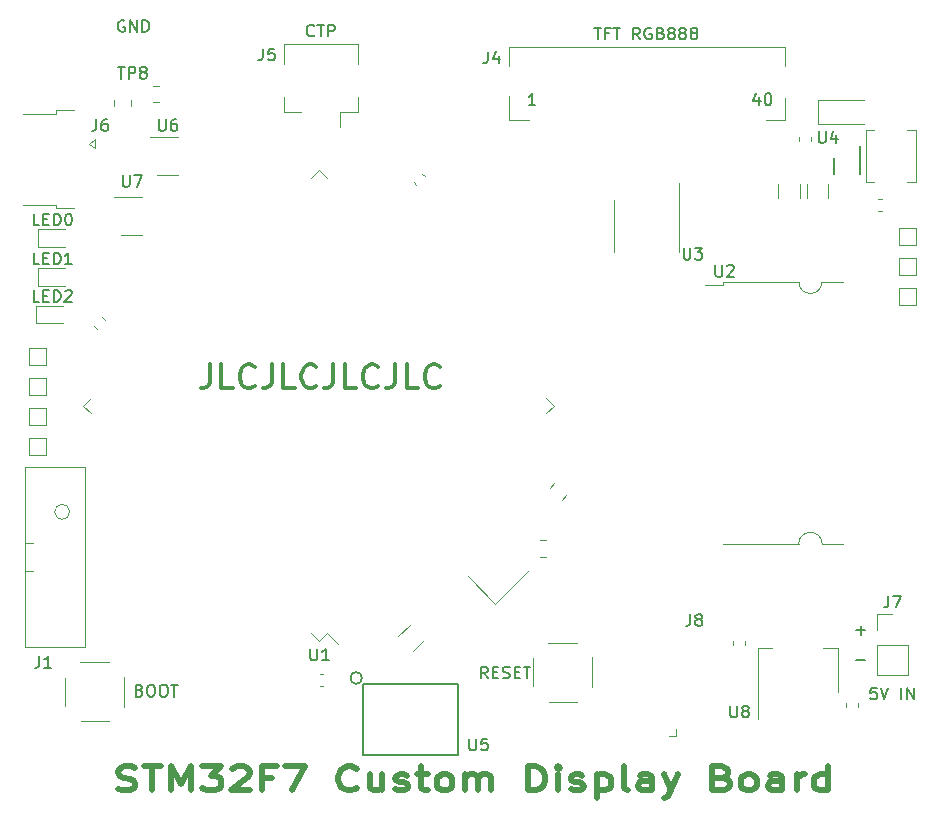
<source format=gto>
%TF.GenerationSoftware,KiCad,Pcbnew,(5.1.6)-1*%
%TF.CreationDate,2020-09-25T10:07:23-05:00*%
%TF.ProjectId,customDisplay,63757374-6f6d-4446-9973-706c61792e6b,rev?*%
%TF.SameCoordinates,Original*%
%TF.FileFunction,Legend,Top*%
%TF.FilePolarity,Positive*%
%FSLAX46Y46*%
G04 Gerber Fmt 4.6, Leading zero omitted, Abs format (unit mm)*
G04 Created by KiCad (PCBNEW (5.1.6)-1) date 2020-09-25 10:07:23*
%MOMM*%
%LPD*%
G01*
G04 APERTURE LIST*
%ADD10C,0.150000*%
%ADD11C,0.300000*%
%ADD12C,0.508000*%
%ADD13C,0.200000*%
%ADD14C,0.120000*%
%ADD15C,0.152400*%
G04 APERTURE END LIST*
D10*
X122936095Y-66810000D02*
X122840857Y-66762380D01*
X122698000Y-66762380D01*
X122555142Y-66810000D01*
X122459904Y-66905238D01*
X122412285Y-67000476D01*
X122364666Y-67190952D01*
X122364666Y-67333809D01*
X122412285Y-67524285D01*
X122459904Y-67619523D01*
X122555142Y-67714761D01*
X122698000Y-67762380D01*
X122793238Y-67762380D01*
X122936095Y-67714761D01*
X122983714Y-67667142D01*
X122983714Y-67333809D01*
X122793238Y-67333809D01*
X123412285Y-67762380D02*
X123412285Y-66762380D01*
X123983714Y-67762380D01*
X123983714Y-66762380D01*
X124459904Y-67762380D02*
X124459904Y-66762380D01*
X124698000Y-66762380D01*
X124840857Y-66810000D01*
X124936095Y-66905238D01*
X124983714Y-67000476D01*
X125031333Y-67190952D01*
X125031333Y-67333809D01*
X124983714Y-67524285D01*
X124936095Y-67619523D01*
X124840857Y-67714761D01*
X124698000Y-67762380D01*
X124459904Y-67762380D01*
D11*
X130187095Y-95915238D02*
X130187095Y-97366666D01*
X130090333Y-97656952D01*
X129896809Y-97850476D01*
X129606523Y-97947238D01*
X129413000Y-97947238D01*
X132122333Y-97947238D02*
X131154714Y-97947238D01*
X131154714Y-95915238D01*
X133960809Y-97753714D02*
X133864047Y-97850476D01*
X133573761Y-97947238D01*
X133380238Y-97947238D01*
X133089952Y-97850476D01*
X132896428Y-97656952D01*
X132799666Y-97463428D01*
X132702904Y-97076380D01*
X132702904Y-96786095D01*
X132799666Y-96399047D01*
X132896428Y-96205523D01*
X133089952Y-96012000D01*
X133380238Y-95915238D01*
X133573761Y-95915238D01*
X133864047Y-96012000D01*
X133960809Y-96108761D01*
X135412238Y-95915238D02*
X135412238Y-97366666D01*
X135315476Y-97656952D01*
X135121952Y-97850476D01*
X134831666Y-97947238D01*
X134638142Y-97947238D01*
X137347476Y-97947238D02*
X136379857Y-97947238D01*
X136379857Y-95915238D01*
X139185952Y-97753714D02*
X139089190Y-97850476D01*
X138798904Y-97947238D01*
X138605380Y-97947238D01*
X138315095Y-97850476D01*
X138121571Y-97656952D01*
X138024809Y-97463428D01*
X137928047Y-97076380D01*
X137928047Y-96786095D01*
X138024809Y-96399047D01*
X138121571Y-96205523D01*
X138315095Y-96012000D01*
X138605380Y-95915238D01*
X138798904Y-95915238D01*
X139089190Y-96012000D01*
X139185952Y-96108761D01*
X140637380Y-95915238D02*
X140637380Y-97366666D01*
X140540619Y-97656952D01*
X140347095Y-97850476D01*
X140056809Y-97947238D01*
X139863285Y-97947238D01*
X142572619Y-97947238D02*
X141605000Y-97947238D01*
X141605000Y-95915238D01*
X144411095Y-97753714D02*
X144314333Y-97850476D01*
X144024047Y-97947238D01*
X143830523Y-97947238D01*
X143540238Y-97850476D01*
X143346714Y-97656952D01*
X143249952Y-97463428D01*
X143153190Y-97076380D01*
X143153190Y-96786095D01*
X143249952Y-96399047D01*
X143346714Y-96205523D01*
X143540238Y-96012000D01*
X143830523Y-95915238D01*
X144024047Y-95915238D01*
X144314333Y-96012000D01*
X144411095Y-96108761D01*
X145862523Y-95915238D02*
X145862523Y-97366666D01*
X145765761Y-97656952D01*
X145572238Y-97850476D01*
X145281952Y-97947238D01*
X145088428Y-97947238D01*
X147797761Y-97947238D02*
X146830142Y-97947238D01*
X146830142Y-95915238D01*
X149636238Y-97753714D02*
X149539476Y-97850476D01*
X149249190Y-97947238D01*
X149055666Y-97947238D01*
X148765380Y-97850476D01*
X148571857Y-97656952D01*
X148475095Y-97463428D01*
X148378333Y-97076380D01*
X148378333Y-96786095D01*
X148475095Y-96399047D01*
X148571857Y-96205523D01*
X148765380Y-96012000D01*
X149055666Y-95915238D01*
X149249190Y-95915238D01*
X149539476Y-96012000D01*
X149636238Y-96108761D01*
D10*
X139001571Y-68048142D02*
X138953952Y-68095761D01*
X138811095Y-68143380D01*
X138715857Y-68143380D01*
X138573000Y-68095761D01*
X138477761Y-68000523D01*
X138430142Y-67905285D01*
X138382523Y-67714809D01*
X138382523Y-67571952D01*
X138430142Y-67381476D01*
X138477761Y-67286238D01*
X138573000Y-67191000D01*
X138715857Y-67143380D01*
X138811095Y-67143380D01*
X138953952Y-67191000D01*
X139001571Y-67238619D01*
X139287285Y-67143380D02*
X139858714Y-67143380D01*
X139573000Y-68143380D02*
X139573000Y-67143380D01*
X140192047Y-68143380D02*
X140192047Y-67143380D01*
X140573000Y-67143380D01*
X140668238Y-67191000D01*
X140715857Y-67238619D01*
X140763476Y-67333857D01*
X140763476Y-67476714D01*
X140715857Y-67571952D01*
X140668238Y-67619571D01*
X140573000Y-67667190D01*
X140192047Y-67667190D01*
X162727238Y-67397380D02*
X163298666Y-67397380D01*
X163012952Y-68397380D02*
X163012952Y-67397380D01*
X163965333Y-67873571D02*
X163632000Y-67873571D01*
X163632000Y-68397380D02*
X163632000Y-67397380D01*
X164108190Y-67397380D01*
X164346285Y-67397380D02*
X164917714Y-67397380D01*
X164632000Y-68397380D02*
X164632000Y-67397380D01*
X166584380Y-68397380D02*
X166251047Y-67921190D01*
X166012952Y-68397380D02*
X166012952Y-67397380D01*
X166393904Y-67397380D01*
X166489142Y-67445000D01*
X166536761Y-67492619D01*
X166584380Y-67587857D01*
X166584380Y-67730714D01*
X166536761Y-67825952D01*
X166489142Y-67873571D01*
X166393904Y-67921190D01*
X166012952Y-67921190D01*
X167536761Y-67445000D02*
X167441523Y-67397380D01*
X167298666Y-67397380D01*
X167155809Y-67445000D01*
X167060571Y-67540238D01*
X167012952Y-67635476D01*
X166965333Y-67825952D01*
X166965333Y-67968809D01*
X167012952Y-68159285D01*
X167060571Y-68254523D01*
X167155809Y-68349761D01*
X167298666Y-68397380D01*
X167393904Y-68397380D01*
X167536761Y-68349761D01*
X167584380Y-68302142D01*
X167584380Y-67968809D01*
X167393904Y-67968809D01*
X168346285Y-67873571D02*
X168489142Y-67921190D01*
X168536761Y-67968809D01*
X168584380Y-68064047D01*
X168584380Y-68206904D01*
X168536761Y-68302142D01*
X168489142Y-68349761D01*
X168393904Y-68397380D01*
X168012952Y-68397380D01*
X168012952Y-67397380D01*
X168346285Y-67397380D01*
X168441523Y-67445000D01*
X168489142Y-67492619D01*
X168536761Y-67587857D01*
X168536761Y-67683095D01*
X168489142Y-67778333D01*
X168441523Y-67825952D01*
X168346285Y-67873571D01*
X168012952Y-67873571D01*
X169155809Y-67825952D02*
X169060571Y-67778333D01*
X169012952Y-67730714D01*
X168965333Y-67635476D01*
X168965333Y-67587857D01*
X169012952Y-67492619D01*
X169060571Y-67445000D01*
X169155809Y-67397380D01*
X169346285Y-67397380D01*
X169441523Y-67445000D01*
X169489142Y-67492619D01*
X169536761Y-67587857D01*
X169536761Y-67635476D01*
X169489142Y-67730714D01*
X169441523Y-67778333D01*
X169346285Y-67825952D01*
X169155809Y-67825952D01*
X169060571Y-67873571D01*
X169012952Y-67921190D01*
X168965333Y-68016428D01*
X168965333Y-68206904D01*
X169012952Y-68302142D01*
X169060571Y-68349761D01*
X169155809Y-68397380D01*
X169346285Y-68397380D01*
X169441523Y-68349761D01*
X169489142Y-68302142D01*
X169536761Y-68206904D01*
X169536761Y-68016428D01*
X169489142Y-67921190D01*
X169441523Y-67873571D01*
X169346285Y-67825952D01*
X170108190Y-67825952D02*
X170012952Y-67778333D01*
X169965333Y-67730714D01*
X169917714Y-67635476D01*
X169917714Y-67587857D01*
X169965333Y-67492619D01*
X170012952Y-67445000D01*
X170108190Y-67397380D01*
X170298666Y-67397380D01*
X170393904Y-67445000D01*
X170441523Y-67492619D01*
X170489142Y-67587857D01*
X170489142Y-67635476D01*
X170441523Y-67730714D01*
X170393904Y-67778333D01*
X170298666Y-67825952D01*
X170108190Y-67825952D01*
X170012952Y-67873571D01*
X169965333Y-67921190D01*
X169917714Y-68016428D01*
X169917714Y-68206904D01*
X169965333Y-68302142D01*
X170012952Y-68349761D01*
X170108190Y-68397380D01*
X170298666Y-68397380D01*
X170393904Y-68349761D01*
X170441523Y-68302142D01*
X170489142Y-68206904D01*
X170489142Y-68016428D01*
X170441523Y-67921190D01*
X170393904Y-67873571D01*
X170298666Y-67825952D01*
X171060571Y-67825952D02*
X170965333Y-67778333D01*
X170917714Y-67730714D01*
X170870095Y-67635476D01*
X170870095Y-67587857D01*
X170917714Y-67492619D01*
X170965333Y-67445000D01*
X171060571Y-67397380D01*
X171251047Y-67397380D01*
X171346285Y-67445000D01*
X171393904Y-67492619D01*
X171441523Y-67587857D01*
X171441523Y-67635476D01*
X171393904Y-67730714D01*
X171346285Y-67778333D01*
X171251047Y-67825952D01*
X171060571Y-67825952D01*
X170965333Y-67873571D01*
X170917714Y-67921190D01*
X170870095Y-68016428D01*
X170870095Y-68206904D01*
X170917714Y-68302142D01*
X170965333Y-68349761D01*
X171060571Y-68397380D01*
X171251047Y-68397380D01*
X171346285Y-68349761D01*
X171393904Y-68302142D01*
X171441523Y-68206904D01*
X171441523Y-68016428D01*
X171393904Y-67921190D01*
X171346285Y-67873571D01*
X171251047Y-67825952D01*
X184912047Y-120975428D02*
X185673952Y-120975428D01*
X184912047Y-118435428D02*
X185673952Y-118435428D01*
X185293000Y-118816380D02*
X185293000Y-118054476D01*
X186626666Y-123277380D02*
X186150476Y-123277380D01*
X186102857Y-123753571D01*
X186150476Y-123705952D01*
X186245714Y-123658333D01*
X186483809Y-123658333D01*
X186579047Y-123705952D01*
X186626666Y-123753571D01*
X186674285Y-123848809D01*
X186674285Y-124086904D01*
X186626666Y-124182142D01*
X186579047Y-124229761D01*
X186483809Y-124277380D01*
X186245714Y-124277380D01*
X186150476Y-124229761D01*
X186102857Y-124182142D01*
X186960000Y-123277380D02*
X187293333Y-124277380D01*
X187626666Y-123277380D01*
X188721904Y-124277380D02*
X188721904Y-123277380D01*
X189198095Y-124277380D02*
X189198095Y-123277380D01*
X189769523Y-124277380D01*
X189769523Y-123277380D01*
D12*
X122409857Y-131886476D02*
X122772714Y-131983238D01*
X123377476Y-131983238D01*
X123619380Y-131886476D01*
X123740333Y-131789714D01*
X123861285Y-131596190D01*
X123861285Y-131402666D01*
X123740333Y-131209142D01*
X123619380Y-131112380D01*
X123377476Y-131015619D01*
X122893666Y-130918857D01*
X122651761Y-130822095D01*
X122530809Y-130725333D01*
X122409857Y-130531809D01*
X122409857Y-130338285D01*
X122530809Y-130144761D01*
X122651761Y-130048000D01*
X122893666Y-129951238D01*
X123498428Y-129951238D01*
X123861285Y-130048000D01*
X124587000Y-129951238D02*
X126038428Y-129951238D01*
X125312714Y-131983238D02*
X125312714Y-129951238D01*
X126885095Y-131983238D02*
X126885095Y-129951238D01*
X127731761Y-131402666D01*
X128578428Y-129951238D01*
X128578428Y-131983238D01*
X129546047Y-129951238D02*
X131118428Y-129951238D01*
X130271761Y-130725333D01*
X130634619Y-130725333D01*
X130876523Y-130822095D01*
X130997476Y-130918857D01*
X131118428Y-131112380D01*
X131118428Y-131596190D01*
X130997476Y-131789714D01*
X130876523Y-131886476D01*
X130634619Y-131983238D01*
X129908904Y-131983238D01*
X129667000Y-131886476D01*
X129546047Y-131789714D01*
X132086047Y-130144761D02*
X132207000Y-130048000D01*
X132448904Y-129951238D01*
X133053666Y-129951238D01*
X133295571Y-130048000D01*
X133416523Y-130144761D01*
X133537476Y-130338285D01*
X133537476Y-130531809D01*
X133416523Y-130822095D01*
X131965095Y-131983238D01*
X133537476Y-131983238D01*
X135472714Y-130918857D02*
X134626047Y-130918857D01*
X134626047Y-131983238D02*
X134626047Y-129951238D01*
X135835571Y-129951238D01*
X136561285Y-129951238D02*
X138254619Y-129951238D01*
X137166047Y-131983238D01*
X142608904Y-131789714D02*
X142487952Y-131886476D01*
X142125095Y-131983238D01*
X141883190Y-131983238D01*
X141520333Y-131886476D01*
X141278428Y-131692952D01*
X141157476Y-131499428D01*
X141036523Y-131112380D01*
X141036523Y-130822095D01*
X141157476Y-130435047D01*
X141278428Y-130241523D01*
X141520333Y-130048000D01*
X141883190Y-129951238D01*
X142125095Y-129951238D01*
X142487952Y-130048000D01*
X142608904Y-130144761D01*
X144786047Y-130628571D02*
X144786047Y-131983238D01*
X143697476Y-130628571D02*
X143697476Y-131692952D01*
X143818428Y-131886476D01*
X144060333Y-131983238D01*
X144423190Y-131983238D01*
X144665095Y-131886476D01*
X144786047Y-131789714D01*
X145874619Y-131886476D02*
X146116523Y-131983238D01*
X146600333Y-131983238D01*
X146842238Y-131886476D01*
X146963190Y-131692952D01*
X146963190Y-131596190D01*
X146842238Y-131402666D01*
X146600333Y-131305904D01*
X146237476Y-131305904D01*
X145995571Y-131209142D01*
X145874619Y-131015619D01*
X145874619Y-130918857D01*
X145995571Y-130725333D01*
X146237476Y-130628571D01*
X146600333Y-130628571D01*
X146842238Y-130725333D01*
X147688904Y-130628571D02*
X148656523Y-130628571D01*
X148051761Y-129951238D02*
X148051761Y-131692952D01*
X148172714Y-131886476D01*
X148414619Y-131983238D01*
X148656523Y-131983238D01*
X149866047Y-131983238D02*
X149624142Y-131886476D01*
X149503190Y-131789714D01*
X149382238Y-131596190D01*
X149382238Y-131015619D01*
X149503190Y-130822095D01*
X149624142Y-130725333D01*
X149866047Y-130628571D01*
X150228904Y-130628571D01*
X150470809Y-130725333D01*
X150591761Y-130822095D01*
X150712714Y-131015619D01*
X150712714Y-131596190D01*
X150591761Y-131789714D01*
X150470809Y-131886476D01*
X150228904Y-131983238D01*
X149866047Y-131983238D01*
X151801285Y-131983238D02*
X151801285Y-130628571D01*
X151801285Y-130822095D02*
X151922238Y-130725333D01*
X152164142Y-130628571D01*
X152527000Y-130628571D01*
X152768904Y-130725333D01*
X152889857Y-130918857D01*
X152889857Y-131983238D01*
X152889857Y-130918857D02*
X153010809Y-130725333D01*
X153252714Y-130628571D01*
X153615571Y-130628571D01*
X153857476Y-130725333D01*
X153978428Y-130918857D01*
X153978428Y-131983238D01*
X157123190Y-131983238D02*
X157123190Y-129951238D01*
X157727952Y-129951238D01*
X158090809Y-130048000D01*
X158332714Y-130241523D01*
X158453666Y-130435047D01*
X158574619Y-130822095D01*
X158574619Y-131112380D01*
X158453666Y-131499428D01*
X158332714Y-131692952D01*
X158090809Y-131886476D01*
X157727952Y-131983238D01*
X157123190Y-131983238D01*
X159663190Y-131983238D02*
X159663190Y-130628571D01*
X159663190Y-129951238D02*
X159542238Y-130048000D01*
X159663190Y-130144761D01*
X159784142Y-130048000D01*
X159663190Y-129951238D01*
X159663190Y-130144761D01*
X160751761Y-131886476D02*
X160993666Y-131983238D01*
X161477476Y-131983238D01*
X161719380Y-131886476D01*
X161840333Y-131692952D01*
X161840333Y-131596190D01*
X161719380Y-131402666D01*
X161477476Y-131305904D01*
X161114619Y-131305904D01*
X160872714Y-131209142D01*
X160751761Y-131015619D01*
X160751761Y-130918857D01*
X160872714Y-130725333D01*
X161114619Y-130628571D01*
X161477476Y-130628571D01*
X161719380Y-130725333D01*
X162928904Y-130628571D02*
X162928904Y-132660571D01*
X162928904Y-130725333D02*
X163170809Y-130628571D01*
X163654619Y-130628571D01*
X163896523Y-130725333D01*
X164017476Y-130822095D01*
X164138428Y-131015619D01*
X164138428Y-131596190D01*
X164017476Y-131789714D01*
X163896523Y-131886476D01*
X163654619Y-131983238D01*
X163170809Y-131983238D01*
X162928904Y-131886476D01*
X165589857Y-131983238D02*
X165347952Y-131886476D01*
X165227000Y-131692952D01*
X165227000Y-129951238D01*
X167646047Y-131983238D02*
X167646047Y-130918857D01*
X167525095Y-130725333D01*
X167283190Y-130628571D01*
X166799380Y-130628571D01*
X166557476Y-130725333D01*
X167646047Y-131886476D02*
X167404142Y-131983238D01*
X166799380Y-131983238D01*
X166557476Y-131886476D01*
X166436523Y-131692952D01*
X166436523Y-131499428D01*
X166557476Y-131305904D01*
X166799380Y-131209142D01*
X167404142Y-131209142D01*
X167646047Y-131112380D01*
X168613666Y-130628571D02*
X169218428Y-131983238D01*
X169823190Y-130628571D02*
X169218428Y-131983238D01*
X168976523Y-132467047D01*
X168855571Y-132563809D01*
X168613666Y-132660571D01*
X173572714Y-130918857D02*
X173935571Y-131015619D01*
X174056523Y-131112380D01*
X174177476Y-131305904D01*
X174177476Y-131596190D01*
X174056523Y-131789714D01*
X173935571Y-131886476D01*
X173693666Y-131983238D01*
X172726047Y-131983238D01*
X172726047Y-129951238D01*
X173572714Y-129951238D01*
X173814619Y-130048000D01*
X173935571Y-130144761D01*
X174056523Y-130338285D01*
X174056523Y-130531809D01*
X173935571Y-130725333D01*
X173814619Y-130822095D01*
X173572714Y-130918857D01*
X172726047Y-130918857D01*
X175628904Y-131983238D02*
X175387000Y-131886476D01*
X175266047Y-131789714D01*
X175145095Y-131596190D01*
X175145095Y-131015619D01*
X175266047Y-130822095D01*
X175387000Y-130725333D01*
X175628904Y-130628571D01*
X175991761Y-130628571D01*
X176233666Y-130725333D01*
X176354619Y-130822095D01*
X176475571Y-131015619D01*
X176475571Y-131596190D01*
X176354619Y-131789714D01*
X176233666Y-131886476D01*
X175991761Y-131983238D01*
X175628904Y-131983238D01*
X178652714Y-131983238D02*
X178652714Y-130918857D01*
X178531761Y-130725333D01*
X178289857Y-130628571D01*
X177806047Y-130628571D01*
X177564142Y-130725333D01*
X178652714Y-131886476D02*
X178410809Y-131983238D01*
X177806047Y-131983238D01*
X177564142Y-131886476D01*
X177443190Y-131692952D01*
X177443190Y-131499428D01*
X177564142Y-131305904D01*
X177806047Y-131209142D01*
X178410809Y-131209142D01*
X178652714Y-131112380D01*
X179862238Y-131983238D02*
X179862238Y-130628571D01*
X179862238Y-131015619D02*
X179983190Y-130822095D01*
X180104142Y-130725333D01*
X180346047Y-130628571D01*
X180587952Y-130628571D01*
X182523190Y-131983238D02*
X182523190Y-129951238D01*
X182523190Y-131886476D02*
X182281285Y-131983238D01*
X181797476Y-131983238D01*
X181555571Y-131886476D01*
X181434619Y-131789714D01*
X181313666Y-131596190D01*
X181313666Y-131015619D01*
X181434619Y-130822095D01*
X181555571Y-130725333D01*
X181797476Y-130628571D01*
X182281285Y-130628571D01*
X182523190Y-130725333D01*
D13*
%TO.C,U5*%
X143142200Y-122984000D02*
X151142200Y-122984000D01*
X151142200Y-122984000D02*
X151142200Y-128984000D01*
X151142200Y-128984000D02*
X143142200Y-128984000D01*
X143142200Y-128984000D02*
X143142200Y-122984000D01*
X143063436Y-122459000D02*
G75*
G03*
X143063436Y-122459000I-496236J0D01*
G01*
D14*
%TO.C,U1*%
X140063151Y-118676802D02*
X140992997Y-119606647D01*
X139391400Y-119348553D02*
X140063151Y-118676802D01*
X138719649Y-118676802D02*
X139391400Y-119348553D01*
X119436847Y-99394000D02*
X120108598Y-98722249D01*
X120108598Y-100065751D02*
X119436847Y-99394000D01*
X159345953Y-99394000D02*
X158674202Y-100065751D01*
X158674202Y-98722249D02*
X159345953Y-99394000D01*
X139391400Y-79439447D02*
X138719649Y-80111198D01*
X140063151Y-80111198D02*
X139391400Y-79439447D01*
%TO.C,J1*%
X119580500Y-104609500D02*
X119580500Y-119799500D01*
X119580500Y-119799500D02*
X114480500Y-119799500D01*
X114480500Y-119799500D02*
X114480500Y-104609500D01*
X114480500Y-104609500D02*
X119580500Y-104609500D01*
X118300500Y-108394500D02*
G75*
G03*
X118300500Y-108394500I-635000J0D01*
G01*
X115180500Y-111029500D02*
X114490500Y-111029500D01*
X115180500Y-113379500D02*
X114490500Y-113379500D01*
%TO.C,U2*%
X173656000Y-111139000D02*
X180016000Y-111139000D01*
X182016000Y-111139000D02*
X183816000Y-111139000D01*
X173656000Y-89229000D02*
X172136000Y-89229000D01*
X173656000Y-88919000D02*
X173656000Y-89229000D01*
X180036000Y-88919000D02*
X173656000Y-88919000D01*
X181996000Y-88919000D02*
X183816000Y-88919000D01*
X180016000Y-111139000D02*
G75*
G02*
X182016000Y-111139000I1000000J0D01*
G01*
X181996000Y-88919000D02*
G75*
G02*
X180036000Y-88919000I-980000J0D01*
G01*
%TO.C,J4*%
X178892200Y-75260200D02*
X178892200Y-73355200D01*
X177241200Y-75260200D02*
X178892200Y-75260200D01*
X155524200Y-75260200D02*
X157175200Y-75260200D01*
X155524200Y-73228200D02*
X155524200Y-75260200D01*
X178892200Y-69037200D02*
X178892200Y-70688200D01*
X155524200Y-69037200D02*
X178892200Y-69037200D01*
X155524200Y-70688200D02*
X155524200Y-69037200D01*
%TO.C,L2*%
X158627578Y-112216000D02*
X158110422Y-112216000D01*
X158627578Y-110796000D02*
X158110422Y-110796000D01*
%TO.C,C48*%
X186781221Y-82933000D02*
X187106779Y-82933000D01*
X186781221Y-81913000D02*
X187106779Y-81913000D01*
%TO.C,C47*%
X180084000Y-76672221D02*
X180084000Y-76997779D01*
X181104000Y-76672221D02*
X181104000Y-76997779D01*
D10*
%TO.C,U4*%
X183050000Y-79821000D02*
X183050000Y-78421000D01*
X185250000Y-79821000D02*
X185250000Y-77421000D01*
D14*
%TO.C,C23*%
X139457221Y-122125000D02*
X139782779Y-122125000D01*
X139457221Y-123145000D02*
X139782779Y-123145000D01*
%TO.C,C26*%
X121299727Y-92163478D02*
X121069522Y-91933273D01*
X120578478Y-92884727D02*
X120348273Y-92654522D01*
%TO.C,C27*%
X147428473Y-80484122D02*
X147658678Y-80714327D01*
X148149722Y-79762873D02*
X148379927Y-79993078D01*
%TO.C,L1*%
X159319796Y-105995112D02*
X158954112Y-106360796D01*
X160323888Y-106999204D02*
X159958204Y-107364888D01*
%TO.C,SW2*%
X162520000Y-123220800D02*
X162520000Y-120720800D01*
X158770000Y-119470800D02*
X161220000Y-119470800D01*
X157520000Y-123170800D02*
X157520000Y-120770800D01*
X161220000Y-124470800D02*
X158870000Y-124470800D01*
%TO.C,SW1*%
X121596000Y-126134500D02*
X119246000Y-126134500D01*
X117896000Y-124834500D02*
X117896000Y-122434500D01*
X119146000Y-121134500D02*
X121596000Y-121134500D01*
X122896000Y-124884500D02*
X122896000Y-122384500D01*
%TO.C,X1*%
X146143984Y-118937579D02*
X147098579Y-117982984D01*
X147381421Y-120175016D02*
X148336016Y-119220421D01*
%TO.C,U3*%
X169867000Y-84201000D02*
X169867000Y-80551000D01*
X169867000Y-84201000D02*
X169867000Y-86401000D01*
X164397000Y-84201000D02*
X164397000Y-82001000D01*
X164397000Y-84201000D02*
X164397000Y-86401000D01*
%TO.C,C50*%
X125344422Y-72315000D02*
X125861578Y-72315000D01*
X125344422Y-73735000D02*
X125861578Y-73735000D01*
%TO.C,J6*%
X117159000Y-74380000D02*
X118709000Y-74380000D01*
X117159000Y-74380000D02*
X117159000Y-74680000D01*
X114359000Y-74680000D02*
X117159000Y-74680000D01*
X117159000Y-82680000D02*
X118709000Y-82680000D01*
X117159000Y-82380000D02*
X117159000Y-82680000D01*
X114359000Y-82380000D02*
X117159000Y-82380000D01*
X120409000Y-77630000D02*
X119959000Y-77230000D01*
X120409000Y-76830000D02*
X120409000Y-77630000D01*
X119959000Y-77230000D02*
X120409000Y-76830000D01*
%TO.C,L4*%
X122099000Y-74045578D02*
X122099000Y-73528422D01*
X123519000Y-74045578D02*
X123519000Y-73528422D01*
%TO.C,U6*%
X125719000Y-79842000D02*
X127519000Y-79842000D01*
X127519000Y-76622000D02*
X125069000Y-76622000D01*
%TO.C,C53*%
X185041000Y-124902279D02*
X185041000Y-124576721D01*
X184021000Y-124902279D02*
X184021000Y-124576721D01*
%TO.C,C54*%
X175516000Y-119344221D02*
X175516000Y-119669779D01*
X174496000Y-119344221D02*
X174496000Y-119669779D01*
%TO.C,J7*%
X186630000Y-122234000D02*
X189290000Y-122234000D01*
X186630000Y-119634000D02*
X186630000Y-122234000D01*
X189290000Y-119634000D02*
X189290000Y-122234000D01*
X186630000Y-119634000D02*
X189290000Y-119634000D01*
X186630000Y-118364000D02*
X186630000Y-117034000D01*
X186630000Y-117034000D02*
X187960000Y-117034000D01*
%TO.C,U8*%
X183369000Y-119883000D02*
X182109000Y-119883000D01*
X176549000Y-119883000D02*
X177809000Y-119883000D01*
X183369000Y-123643000D02*
X183369000Y-119883000D01*
X176549000Y-125893000D02*
X176549000Y-119883000D01*
%TO.C,D1*%
X117868500Y-84482000D02*
X115583500Y-84482000D01*
X115583500Y-84482000D02*
X115583500Y-85952000D01*
X115583500Y-85952000D02*
X117868500Y-85952000D01*
%TO.C,D2*%
X115609000Y-89254000D02*
X117894000Y-89254000D01*
X115609000Y-87784000D02*
X115609000Y-89254000D01*
X117894000Y-87784000D02*
X115609000Y-87784000D01*
%TO.C,D3*%
X117767000Y-90959000D02*
X115482000Y-90959000D01*
X115482000Y-90959000D02*
X115482000Y-92429000D01*
X115482000Y-92429000D02*
X117767000Y-92429000D01*
%TO.C,D4*%
X181646000Y-73549000D02*
X185546000Y-73549000D01*
X181646000Y-75549000D02*
X185546000Y-75549000D01*
X181646000Y-73549000D02*
X181646000Y-75549000D01*
%TO.C,X2*%
X154329655Y-116168717D02*
X157158082Y-113340290D01*
X151996202Y-113835264D02*
X154329655Y-116168717D01*
%TO.C,U7*%
X122671000Y-84922000D02*
X124471000Y-84922000D01*
X124471000Y-81702000D02*
X122021000Y-81702000D01*
%TO.C,L3*%
X186433000Y-80432000D02*
X185733000Y-80432000D01*
X185733000Y-80432000D02*
X185733000Y-76032000D01*
X185733000Y-76032000D02*
X186433000Y-76032000D01*
X189233000Y-80432000D02*
X189933000Y-80432000D01*
X189933000Y-80432000D02*
X189933000Y-76032000D01*
X189933000Y-76032000D02*
X189233000Y-76032000D01*
%TO.C,R8*%
X180700000Y-80600936D02*
X180700000Y-81805064D01*
X182520000Y-80600936D02*
X182520000Y-81805064D01*
%TO.C,R9*%
X180107000Y-80600936D02*
X180107000Y-81805064D01*
X178287000Y-80600936D02*
X178287000Y-81805064D01*
%TO.C,J5*%
X141233000Y-74579000D02*
X142723000Y-74579000D01*
X142723000Y-74579000D02*
X142723000Y-73239000D01*
X137913000Y-74579000D02*
X136423000Y-74579000D01*
X136423000Y-74579000D02*
X136423000Y-73239000D01*
X142723000Y-70519000D02*
X142723000Y-68779000D01*
X142723000Y-68779000D02*
X136423000Y-68779000D01*
X136423000Y-68779000D02*
X136423000Y-70519000D01*
X141233000Y-74579000D02*
X141233000Y-75779000D01*
%TO.C,TP3*%
X189930000Y-85790000D02*
X188530000Y-85790000D01*
X188530000Y-85790000D02*
X188530000Y-84390000D01*
X188530000Y-84390000D02*
X189930000Y-84390000D01*
X189930000Y-84390000D02*
X189930000Y-85790000D01*
%TO.C,TP4*%
X188530000Y-86930000D02*
X189930000Y-86930000D01*
X189930000Y-86930000D02*
X189930000Y-88330000D01*
X189930000Y-88330000D02*
X188530000Y-88330000D01*
X188530000Y-88330000D02*
X188530000Y-86930000D01*
%TO.C,TP5*%
X114870000Y-95950000D02*
X114870000Y-94550000D01*
X116270000Y-95950000D02*
X114870000Y-95950000D01*
X116270000Y-94550000D02*
X116270000Y-95950000D01*
X114870000Y-94550000D02*
X116270000Y-94550000D01*
%TO.C,TP6*%
X114870000Y-98490000D02*
X114870000Y-97090000D01*
X116270000Y-98490000D02*
X114870000Y-98490000D01*
X116270000Y-97090000D02*
X116270000Y-98490000D01*
X114870000Y-97090000D02*
X116270000Y-97090000D01*
%TO.C,TP7*%
X188530000Y-89470000D02*
X189930000Y-89470000D01*
X189930000Y-89470000D02*
X189930000Y-90870000D01*
X189930000Y-90870000D02*
X188530000Y-90870000D01*
X188530000Y-90870000D02*
X188530000Y-89470000D01*
%TO.C,J8*%
X169672000Y-127381000D02*
X169672000Y-126746000D01*
X169037000Y-127381000D02*
X169672000Y-127381000D01*
%TO.C,TP1*%
X114870000Y-99630000D02*
X116270000Y-99630000D01*
X116270000Y-99630000D02*
X116270000Y-101030000D01*
X116270000Y-101030000D02*
X114870000Y-101030000D01*
X114870000Y-101030000D02*
X114870000Y-99630000D01*
%TO.C,TP2*%
X114870000Y-103570000D02*
X114870000Y-102170000D01*
X116270000Y-103570000D02*
X114870000Y-103570000D01*
X116270000Y-102170000D02*
X116270000Y-103570000D01*
X114870000Y-102170000D02*
X116270000Y-102170000D01*
%TO.C,U5*%
D10*
X152146095Y-127595380D02*
X152146095Y-128404904D01*
X152193714Y-128500142D01*
X152241333Y-128547761D01*
X152336571Y-128595380D01*
X152527047Y-128595380D01*
X152622285Y-128547761D01*
X152669904Y-128500142D01*
X152717523Y-128404904D01*
X152717523Y-127595380D01*
X153669904Y-127595380D02*
X153193714Y-127595380D01*
X153146095Y-128071571D01*
X153193714Y-128023952D01*
X153288952Y-127976333D01*
X153527047Y-127976333D01*
X153622285Y-128023952D01*
X153669904Y-128071571D01*
X153717523Y-128166809D01*
X153717523Y-128404904D01*
X153669904Y-128500142D01*
X153622285Y-128547761D01*
X153527047Y-128595380D01*
X153288952Y-128595380D01*
X153193714Y-128547761D01*
X153146095Y-128500142D01*
%TO.C,U1*%
X138684095Y-119975380D02*
X138684095Y-120784904D01*
X138731714Y-120880142D01*
X138779333Y-120927761D01*
X138874571Y-120975380D01*
X139065047Y-120975380D01*
X139160285Y-120927761D01*
X139207904Y-120880142D01*
X139255523Y-120784904D01*
X139255523Y-119975380D01*
X140255523Y-120975380D02*
X139684095Y-120975380D01*
X139969809Y-120975380D02*
X139969809Y-119975380D01*
X139874571Y-120118238D01*
X139779333Y-120213476D01*
X139684095Y-120261095D01*
%TO.C,J1*%
X115744666Y-120610380D02*
X115744666Y-121324666D01*
X115697047Y-121467523D01*
X115601809Y-121562761D01*
X115458952Y-121610380D01*
X115363714Y-121610380D01*
X116744666Y-121610380D02*
X116173238Y-121610380D01*
X116458952Y-121610380D02*
X116458952Y-120610380D01*
X116363714Y-120753238D01*
X116268476Y-120848476D01*
X116173238Y-120896095D01*
%TO.C,U2*%
X172974095Y-87481380D02*
X172974095Y-88290904D01*
X173021714Y-88386142D01*
X173069333Y-88433761D01*
X173164571Y-88481380D01*
X173355047Y-88481380D01*
X173450285Y-88433761D01*
X173497904Y-88386142D01*
X173545523Y-88290904D01*
X173545523Y-87481380D01*
X173974095Y-87576619D02*
X174021714Y-87529000D01*
X174116952Y-87481380D01*
X174355047Y-87481380D01*
X174450285Y-87529000D01*
X174497904Y-87576619D01*
X174545523Y-87671857D01*
X174545523Y-87767095D01*
X174497904Y-87909952D01*
X173926476Y-88481380D01*
X174545523Y-88481380D01*
%TO.C,J4*%
X153717666Y-69429380D02*
X153717666Y-70143666D01*
X153670047Y-70286523D01*
X153574809Y-70381761D01*
X153431952Y-70429380D01*
X153336714Y-70429380D01*
X154622428Y-69762714D02*
X154622428Y-70429380D01*
X154384333Y-69381761D02*
X154146238Y-70096047D01*
X154765285Y-70096047D01*
X157743914Y-73962580D02*
X157172485Y-73962580D01*
X157458200Y-73962580D02*
X157458200Y-72962580D01*
X157362961Y-73105438D01*
X157267723Y-73200676D01*
X157172485Y-73248295D01*
X176672485Y-73295914D02*
X176672485Y-73962580D01*
X176434390Y-72914961D02*
X176196295Y-73629247D01*
X176815342Y-73629247D01*
X177386771Y-72962580D02*
X177482009Y-72962580D01*
X177577247Y-73010200D01*
X177624866Y-73057819D01*
X177672485Y-73153057D01*
X177720104Y-73343533D01*
X177720104Y-73581628D01*
X177672485Y-73772104D01*
X177624866Y-73867342D01*
X177577247Y-73914961D01*
X177482009Y-73962580D01*
X177386771Y-73962580D01*
X177291533Y-73914961D01*
X177243914Y-73867342D01*
X177196295Y-73772104D01*
X177148676Y-73581628D01*
X177148676Y-73343533D01*
X177196295Y-73153057D01*
X177243914Y-73057819D01*
X177291533Y-73010200D01*
X177386771Y-72962580D01*
%TO.C,U4*%
X181737095Y-76160380D02*
X181737095Y-76969904D01*
X181784714Y-77065142D01*
X181832333Y-77112761D01*
X181927571Y-77160380D01*
X182118047Y-77160380D01*
X182213285Y-77112761D01*
X182260904Y-77065142D01*
X182308523Y-76969904D01*
X182308523Y-76160380D01*
X183213285Y-76493714D02*
X183213285Y-77160380D01*
X182975190Y-76112761D02*
X182737095Y-76827047D01*
X183356142Y-76827047D01*
%TO.C,SW2*%
X153690819Y-122499380D02*
X153357485Y-122023190D01*
X153119390Y-122499380D02*
X153119390Y-121499380D01*
X153500342Y-121499380D01*
X153595580Y-121547000D01*
X153643200Y-121594619D01*
X153690819Y-121689857D01*
X153690819Y-121832714D01*
X153643200Y-121927952D01*
X153595580Y-121975571D01*
X153500342Y-122023190D01*
X153119390Y-122023190D01*
X154119390Y-121975571D02*
X154452723Y-121975571D01*
X154595580Y-122499380D02*
X154119390Y-122499380D01*
X154119390Y-121499380D01*
X154595580Y-121499380D01*
X154976533Y-122451761D02*
X155119390Y-122499380D01*
X155357485Y-122499380D01*
X155452723Y-122451761D01*
X155500342Y-122404142D01*
X155547961Y-122308904D01*
X155547961Y-122213666D01*
X155500342Y-122118428D01*
X155452723Y-122070809D01*
X155357485Y-122023190D01*
X155167009Y-121975571D01*
X155071771Y-121927952D01*
X155024152Y-121880333D01*
X154976533Y-121785095D01*
X154976533Y-121689857D01*
X155024152Y-121594619D01*
X155071771Y-121547000D01*
X155167009Y-121499380D01*
X155405104Y-121499380D01*
X155547961Y-121547000D01*
X155976533Y-121975571D02*
X156309866Y-121975571D01*
X156452723Y-122499380D02*
X155976533Y-122499380D01*
X155976533Y-121499380D01*
X156452723Y-121499380D01*
X156738438Y-121499380D02*
X157309866Y-121499380D01*
X157024152Y-122499380D02*
X157024152Y-121499380D01*
%TO.C,SW1*%
D15*
X124224142Y-123498428D02*
X124369285Y-123546809D01*
X124417666Y-123595190D01*
X124466047Y-123691952D01*
X124466047Y-123837095D01*
X124417666Y-123933857D01*
X124369285Y-123982238D01*
X124272523Y-124030619D01*
X123885476Y-124030619D01*
X123885476Y-123014619D01*
X124224142Y-123014619D01*
X124320904Y-123063000D01*
X124369285Y-123111380D01*
X124417666Y-123208142D01*
X124417666Y-123304904D01*
X124369285Y-123401666D01*
X124320904Y-123450047D01*
X124224142Y-123498428D01*
X123885476Y-123498428D01*
X125095000Y-123014619D02*
X125288523Y-123014619D01*
X125385285Y-123063000D01*
X125482047Y-123159761D01*
X125530428Y-123353285D01*
X125530428Y-123691952D01*
X125482047Y-123885476D01*
X125385285Y-123982238D01*
X125288523Y-124030619D01*
X125095000Y-124030619D01*
X124998238Y-123982238D01*
X124901476Y-123885476D01*
X124853095Y-123691952D01*
X124853095Y-123353285D01*
X124901476Y-123159761D01*
X124998238Y-123063000D01*
X125095000Y-123014619D01*
X126159380Y-123014619D02*
X126352904Y-123014619D01*
X126449666Y-123063000D01*
X126546428Y-123159761D01*
X126594809Y-123353285D01*
X126594809Y-123691952D01*
X126546428Y-123885476D01*
X126449666Y-123982238D01*
X126352904Y-124030619D01*
X126159380Y-124030619D01*
X126062619Y-123982238D01*
X125965857Y-123885476D01*
X125917476Y-123691952D01*
X125917476Y-123353285D01*
X125965857Y-123159761D01*
X126062619Y-123063000D01*
X126159380Y-123014619D01*
X126885095Y-123014619D02*
X127465666Y-123014619D01*
X127175380Y-124030619D02*
X127175380Y-123014619D01*
%TO.C,U3*%
D10*
X170281695Y-86040980D02*
X170281695Y-86850504D01*
X170329314Y-86945742D01*
X170376933Y-86993361D01*
X170472171Y-87040980D01*
X170662647Y-87040980D01*
X170757885Y-86993361D01*
X170805504Y-86945742D01*
X170853123Y-86850504D01*
X170853123Y-86040980D01*
X171234076Y-86040980D02*
X171853123Y-86040980D01*
X171519790Y-86421933D01*
X171662647Y-86421933D01*
X171757885Y-86469552D01*
X171805504Y-86517171D01*
X171853123Y-86612409D01*
X171853123Y-86850504D01*
X171805504Y-86945742D01*
X171757885Y-86993361D01*
X171662647Y-87040980D01*
X171376933Y-87040980D01*
X171281695Y-86993361D01*
X171234076Y-86945742D01*
%TO.C,J6*%
X120570666Y-75144380D02*
X120570666Y-75858666D01*
X120523047Y-76001523D01*
X120427809Y-76096761D01*
X120284952Y-76144380D01*
X120189714Y-76144380D01*
X121475428Y-75144380D02*
X121284952Y-75144380D01*
X121189714Y-75192000D01*
X121142095Y-75239619D01*
X121046857Y-75382476D01*
X120999238Y-75572952D01*
X120999238Y-75953904D01*
X121046857Y-76049142D01*
X121094476Y-76096761D01*
X121189714Y-76144380D01*
X121380190Y-76144380D01*
X121475428Y-76096761D01*
X121523047Y-76049142D01*
X121570666Y-75953904D01*
X121570666Y-75715809D01*
X121523047Y-75620571D01*
X121475428Y-75572952D01*
X121380190Y-75525333D01*
X121189714Y-75525333D01*
X121094476Y-75572952D01*
X121046857Y-75620571D01*
X120999238Y-75715809D01*
%TO.C,U6*%
X125857095Y-75144380D02*
X125857095Y-75953904D01*
X125904714Y-76049142D01*
X125952333Y-76096761D01*
X126047571Y-76144380D01*
X126238047Y-76144380D01*
X126333285Y-76096761D01*
X126380904Y-76049142D01*
X126428523Y-75953904D01*
X126428523Y-75144380D01*
X127333285Y-75144380D02*
X127142809Y-75144380D01*
X127047571Y-75192000D01*
X126999952Y-75239619D01*
X126904714Y-75382476D01*
X126857095Y-75572952D01*
X126857095Y-75953904D01*
X126904714Y-76049142D01*
X126952333Y-76096761D01*
X127047571Y-76144380D01*
X127238047Y-76144380D01*
X127333285Y-76096761D01*
X127380904Y-76049142D01*
X127428523Y-75953904D01*
X127428523Y-75715809D01*
X127380904Y-75620571D01*
X127333285Y-75572952D01*
X127238047Y-75525333D01*
X127047571Y-75525333D01*
X126952333Y-75572952D01*
X126904714Y-75620571D01*
X126857095Y-75715809D01*
%TO.C,J7*%
X187626666Y-115486380D02*
X187626666Y-116200666D01*
X187579047Y-116343523D01*
X187483809Y-116438761D01*
X187340952Y-116486380D01*
X187245714Y-116486380D01*
X188007619Y-115486380D02*
X188674285Y-115486380D01*
X188245714Y-116486380D01*
%TO.C,U8*%
X174244095Y-124801380D02*
X174244095Y-125610904D01*
X174291714Y-125706142D01*
X174339333Y-125753761D01*
X174434571Y-125801380D01*
X174625047Y-125801380D01*
X174720285Y-125753761D01*
X174767904Y-125706142D01*
X174815523Y-125610904D01*
X174815523Y-124801380D01*
X175434571Y-125229952D02*
X175339333Y-125182333D01*
X175291714Y-125134714D01*
X175244095Y-125039476D01*
X175244095Y-124991857D01*
X175291714Y-124896619D01*
X175339333Y-124849000D01*
X175434571Y-124801380D01*
X175625047Y-124801380D01*
X175720285Y-124849000D01*
X175767904Y-124896619D01*
X175815523Y-124991857D01*
X175815523Y-125039476D01*
X175767904Y-125134714D01*
X175720285Y-125182333D01*
X175625047Y-125229952D01*
X175434571Y-125229952D01*
X175339333Y-125277571D01*
X175291714Y-125325190D01*
X175244095Y-125420428D01*
X175244095Y-125610904D01*
X175291714Y-125706142D01*
X175339333Y-125753761D01*
X175434571Y-125801380D01*
X175625047Y-125801380D01*
X175720285Y-125753761D01*
X175767904Y-125706142D01*
X175815523Y-125610904D01*
X175815523Y-125420428D01*
X175767904Y-125325190D01*
X175720285Y-125277571D01*
X175625047Y-125229952D01*
%TO.C,D1*%
X115720952Y-84145380D02*
X115244761Y-84145380D01*
X115244761Y-83145380D01*
X116054285Y-83621571D02*
X116387619Y-83621571D01*
X116530476Y-84145380D02*
X116054285Y-84145380D01*
X116054285Y-83145380D01*
X116530476Y-83145380D01*
X116959047Y-84145380D02*
X116959047Y-83145380D01*
X117197142Y-83145380D01*
X117340000Y-83193000D01*
X117435238Y-83288238D01*
X117482857Y-83383476D01*
X117530476Y-83573952D01*
X117530476Y-83716809D01*
X117482857Y-83907285D01*
X117435238Y-84002523D01*
X117340000Y-84097761D01*
X117197142Y-84145380D01*
X116959047Y-84145380D01*
X118149523Y-83145380D02*
X118244761Y-83145380D01*
X118340000Y-83193000D01*
X118387619Y-83240619D01*
X118435238Y-83335857D01*
X118482857Y-83526333D01*
X118482857Y-83764428D01*
X118435238Y-83954904D01*
X118387619Y-84050142D01*
X118340000Y-84097761D01*
X118244761Y-84145380D01*
X118149523Y-84145380D01*
X118054285Y-84097761D01*
X118006666Y-84050142D01*
X117959047Y-83954904D01*
X117911428Y-83764428D01*
X117911428Y-83526333D01*
X117959047Y-83335857D01*
X118006666Y-83240619D01*
X118054285Y-83193000D01*
X118149523Y-83145380D01*
%TO.C,D2*%
X115720952Y-87447380D02*
X115244761Y-87447380D01*
X115244761Y-86447380D01*
X116054285Y-86923571D02*
X116387619Y-86923571D01*
X116530476Y-87447380D02*
X116054285Y-87447380D01*
X116054285Y-86447380D01*
X116530476Y-86447380D01*
X116959047Y-87447380D02*
X116959047Y-86447380D01*
X117197142Y-86447380D01*
X117340000Y-86495000D01*
X117435238Y-86590238D01*
X117482857Y-86685476D01*
X117530476Y-86875952D01*
X117530476Y-87018809D01*
X117482857Y-87209285D01*
X117435238Y-87304523D01*
X117340000Y-87399761D01*
X117197142Y-87447380D01*
X116959047Y-87447380D01*
X118482857Y-87447380D02*
X117911428Y-87447380D01*
X118197142Y-87447380D02*
X118197142Y-86447380D01*
X118101904Y-86590238D01*
X118006666Y-86685476D01*
X117911428Y-86733095D01*
%TO.C,D3*%
X115720952Y-90622380D02*
X115244761Y-90622380D01*
X115244761Y-89622380D01*
X116054285Y-90098571D02*
X116387619Y-90098571D01*
X116530476Y-90622380D02*
X116054285Y-90622380D01*
X116054285Y-89622380D01*
X116530476Y-89622380D01*
X116959047Y-90622380D02*
X116959047Y-89622380D01*
X117197142Y-89622380D01*
X117340000Y-89670000D01*
X117435238Y-89765238D01*
X117482857Y-89860476D01*
X117530476Y-90050952D01*
X117530476Y-90193809D01*
X117482857Y-90384285D01*
X117435238Y-90479523D01*
X117340000Y-90574761D01*
X117197142Y-90622380D01*
X116959047Y-90622380D01*
X117911428Y-89717619D02*
X117959047Y-89670000D01*
X118054285Y-89622380D01*
X118292380Y-89622380D01*
X118387619Y-89670000D01*
X118435238Y-89717619D01*
X118482857Y-89812857D01*
X118482857Y-89908095D01*
X118435238Y-90050952D01*
X117863809Y-90622380D01*
X118482857Y-90622380D01*
%TO.C,U7*%
X122809095Y-79864380D02*
X122809095Y-80673904D01*
X122856714Y-80769142D01*
X122904333Y-80816761D01*
X122999571Y-80864380D01*
X123190047Y-80864380D01*
X123285285Y-80816761D01*
X123332904Y-80769142D01*
X123380523Y-80673904D01*
X123380523Y-79864380D01*
X123761476Y-79864380D02*
X124428142Y-79864380D01*
X123999571Y-80864380D01*
%TO.C,J5*%
X134667666Y-69175380D02*
X134667666Y-69889666D01*
X134620047Y-70032523D01*
X134524809Y-70127761D01*
X134381952Y-70175380D01*
X134286714Y-70175380D01*
X135620047Y-69175380D02*
X135143857Y-69175380D01*
X135096238Y-69651571D01*
X135143857Y-69603952D01*
X135239095Y-69556333D01*
X135477190Y-69556333D01*
X135572428Y-69603952D01*
X135620047Y-69651571D01*
X135667666Y-69746809D01*
X135667666Y-69984904D01*
X135620047Y-70080142D01*
X135572428Y-70127761D01*
X135477190Y-70175380D01*
X135239095Y-70175380D01*
X135143857Y-70127761D01*
X135096238Y-70080142D01*
%TO.C,TP8*%
X122385295Y-70724780D02*
X122956723Y-70724780D01*
X122671009Y-71724780D02*
X122671009Y-70724780D01*
X123290057Y-71724780D02*
X123290057Y-70724780D01*
X123671009Y-70724780D01*
X123766247Y-70772400D01*
X123813866Y-70820019D01*
X123861485Y-70915257D01*
X123861485Y-71058114D01*
X123813866Y-71153352D01*
X123766247Y-71200971D01*
X123671009Y-71248590D01*
X123290057Y-71248590D01*
X124432914Y-71153352D02*
X124337676Y-71105733D01*
X124290057Y-71058114D01*
X124242438Y-70962876D01*
X124242438Y-70915257D01*
X124290057Y-70820019D01*
X124337676Y-70772400D01*
X124432914Y-70724780D01*
X124623390Y-70724780D01*
X124718628Y-70772400D01*
X124766247Y-70820019D01*
X124813866Y-70915257D01*
X124813866Y-70962876D01*
X124766247Y-71058114D01*
X124718628Y-71105733D01*
X124623390Y-71153352D01*
X124432914Y-71153352D01*
X124337676Y-71200971D01*
X124290057Y-71248590D01*
X124242438Y-71343828D01*
X124242438Y-71534304D01*
X124290057Y-71629542D01*
X124337676Y-71677161D01*
X124432914Y-71724780D01*
X124623390Y-71724780D01*
X124718628Y-71677161D01*
X124766247Y-71629542D01*
X124813866Y-71534304D01*
X124813866Y-71343828D01*
X124766247Y-71248590D01*
X124718628Y-71200971D01*
X124623390Y-71153352D01*
%TO.C,J8*%
X170862666Y-117054380D02*
X170862666Y-117768666D01*
X170815047Y-117911523D01*
X170719809Y-118006761D01*
X170576952Y-118054380D01*
X170481714Y-118054380D01*
X171481714Y-117482952D02*
X171386476Y-117435333D01*
X171338857Y-117387714D01*
X171291238Y-117292476D01*
X171291238Y-117244857D01*
X171338857Y-117149619D01*
X171386476Y-117102000D01*
X171481714Y-117054380D01*
X171672190Y-117054380D01*
X171767428Y-117102000D01*
X171815047Y-117149619D01*
X171862666Y-117244857D01*
X171862666Y-117292476D01*
X171815047Y-117387714D01*
X171767428Y-117435333D01*
X171672190Y-117482952D01*
X171481714Y-117482952D01*
X171386476Y-117530571D01*
X171338857Y-117578190D01*
X171291238Y-117673428D01*
X171291238Y-117863904D01*
X171338857Y-117959142D01*
X171386476Y-118006761D01*
X171481714Y-118054380D01*
X171672190Y-118054380D01*
X171767428Y-118006761D01*
X171815047Y-117959142D01*
X171862666Y-117863904D01*
X171862666Y-117673428D01*
X171815047Y-117578190D01*
X171767428Y-117530571D01*
X171672190Y-117482952D01*
%TD*%
M02*

</source>
